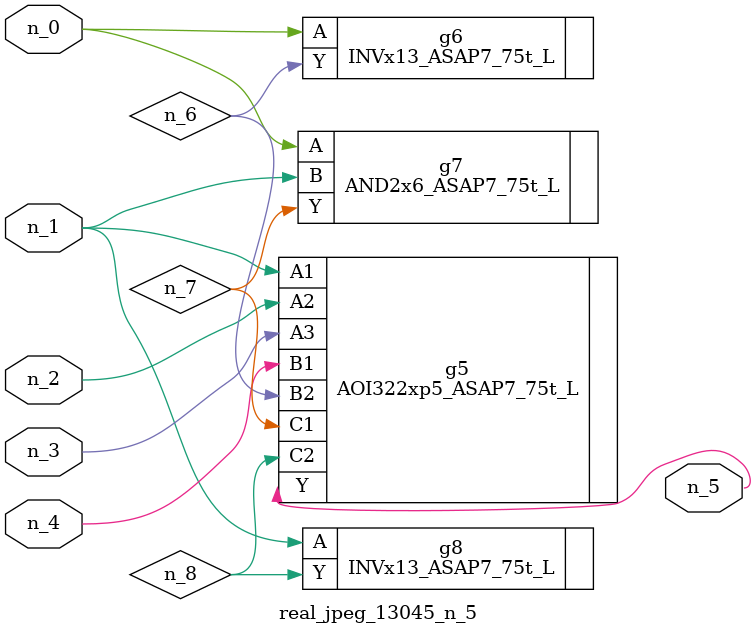
<source format=v>
module real_jpeg_13045_n_5 (n_4, n_0, n_1, n_2, n_3, n_5);

input n_4;
input n_0;
input n_1;
input n_2;
input n_3;

output n_5;

wire n_8;
wire n_6;
wire n_7;

INVx13_ASAP7_75t_L g6 ( 
.A(n_0),
.Y(n_6)
);

AND2x6_ASAP7_75t_L g7 ( 
.A(n_0),
.B(n_1),
.Y(n_7)
);

AOI322xp5_ASAP7_75t_L g5 ( 
.A1(n_1),
.A2(n_2),
.A3(n_3),
.B1(n_4),
.B2(n_6),
.C1(n_7),
.C2(n_8),
.Y(n_5)
);

INVx13_ASAP7_75t_L g8 ( 
.A(n_1),
.Y(n_8)
);


endmodule
</source>
